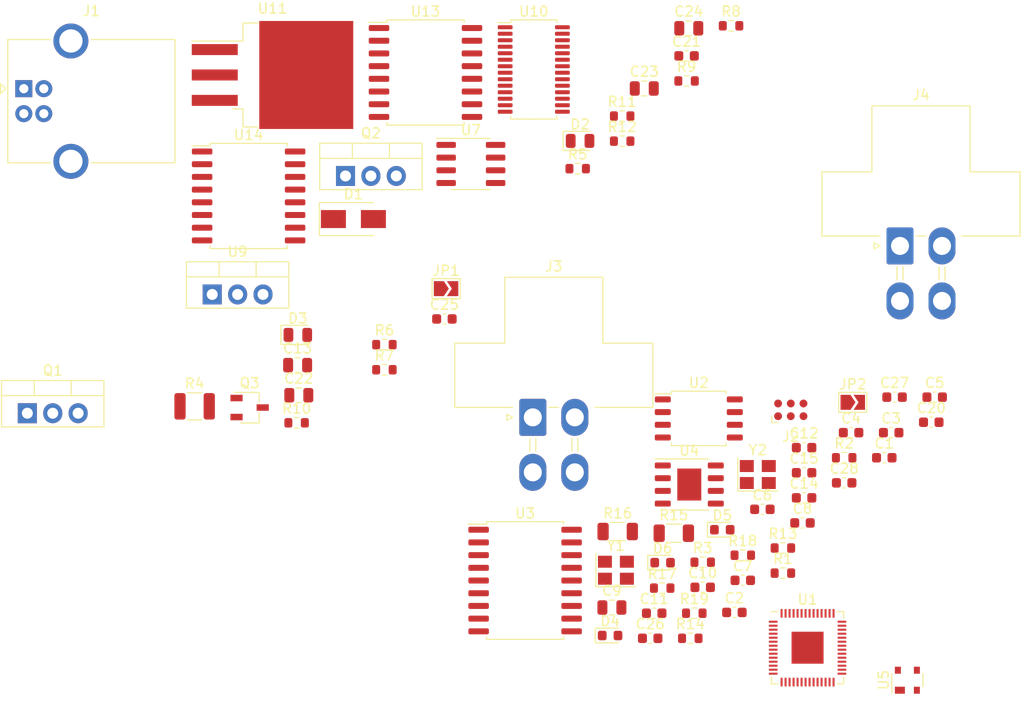
<source format=kicad_pcb>
(kicad_pcb (version 20211014) (generator pcbnew)
  (layers (0 "F.Cu" signal) (31 "B.Cu" signal) (34 "B.Paste" user) (35 "F.Paste" user) (36 "B.SilkS" user "B.Silkscreen") (37 "F.SilkS" user "F.Silkscreen") (38 "B.Mask" user) (39 "F.Mask" user) (44 "Edge.Cuts" user))
  (net 0 "")
  (net 1 "+3V3")
  (net 2 "GND")
  (net 3 "/CAN_CLOCK_A")
  (net 4 "/CAN_CLOCK_B")
  (net 5 "+1V1")
  (net 6 "Net-(C5-Pad2)")
  (net 7 "Net-(C6-Pad2)")
  (net 8 "Net-(C9-Pad1)")
  (net 9 "Net-(C21-Pad1)")
  (net 10 "Net-(C22-Pad1)")
  (net 11 "GND1")
  (net 12 "Net-(C23-Pad1)")
  (net 13 "Net-(C25-Pad1)")
  (net 14 "Net-(D1-Pad1)")
  (net 15 "Net-(D2-Pad1)")
  (net 16 "+12VA")
  (net 17 "Net-(D3-Pad1)")
  (net 18 "/d-")
  (net 19 "/d+")
  (net 20 "+12V")
  (net 21 "Net-(Q1-Pad1)")
  (net 22 "Net-(Q2-Pad1)")
  (net 23 "Net-(Q2-Pad2)")
  (net 24 "Net-(Q3-Pad3)")
  (net 25 "Net-(R1-Pad1)")
  (net 26 "CAN+")
  (net 27 "CAN-")
  (net 28 "Net-(R5-Pad2)")
  (net 29 "/D+")
  (net 30 "/D-")
  (net 31 "VDDA")
  (net 32 "/MEMORY_CS")
  (net 33 "Net-(D4-Pad1)")
  (net 34 "/LED_GREEN")
  (net 35 "Net-(D5-Pad1)")
  (net 36 "/LED_BLUE")
  (net 37 "Net-(D6-Pad1)")
  (net 38 "/LED_RED")
  (net 45 "Net-(JP2-Pad2)")
  (net 48 "Net-(R2-Pad2)")
  (net 49 "Net-(R14-Pad1)")
  (net 50 "Net-(R13-Pad1)")
  (net 51 "Net-(U1-Pad55)")
  (net 52 "Net-(U1-Pad54)")
  (net 53 "Net-(U1-Pad53)")
  (net 54 "Net-(U1-Pad52)")
  (net 55 "Net-(U1-Pad51)")
  (net 56 "Net-(U3-Pad1)")
  (net 57 "Net-(U3-Pad2)")
  (net 62 "/GPIO0")
  (net 63 "/GPIO1")
  (net 64 "/GPIO2")
  (net 65 "/GPIO8")
  (net 66 "/SPI_MISO")
  (net 67 "/SPI_MOSI")
  (net 68 "/SPI_SCK")
  (net 69 "/USB_D-")
  (net 70 "/USB_D+")
  (net 71 "/SYS_SWDIO")
  (net 72 "/SYS_SWCLK")
  (net 73 "/I2C1_SCL")
  (net 74 "/I2C1_SDA")
  (net 75 "+5V")
  (net 76 "/PWM_FUEL1")
  (net 77 "/PWM_FUEL2")
  (net 78 "/PWM_BAR1")
  (net 79 "/PWM_BAR2")
  (net 80 "/PWM_BAR3")
  (net 81 "/PWM_VEL")
  (net 82 "/PWM_OD")
  (net 83 "/PWM_BACK_1")
  (net 84 "/PWM_BACK_2")
  (net 101 "/GPIO3")
  (net 102 "/GPIO4")
  (net 103 "/GPIO5")
  (net 104 "/GPIO6")
  (net 105 "/GPIO7")
  (net 106 "/OLED_SDA")
  (net 107 "/OLED_SCL")
  (net 108 "/MODE_CHG")
  (net 110 "/CF_CONF0")
  (net 111 "/CF_CONF1")
  (net 112 "/CF_CONF2")
  (net 113 "/heater_pwm")
  (net 114 "/D_SCL")
  (net 115 "/D_SDA")
  (net 117 "/LSU_Vm")
  (net 118 "/Ip_dac")
  (net 121 "/Vm")
  (net 122 "/Ip_sense")
  (net 123 "/UN_SENSE")
  (footprint "Capacitor_SMD:C_0603_1608Metric" (layer "F.Cu") (at 171.681 120.3504)
    (fp_text reference "C11" (at 0 -1.43) (layer "F.SilkS"))
    (fp_text value "100nF")
    (pad "1" smd roundrect (at -0.775 0) (size 0.9 0.95) (layers "F.Cu" "F.Paste" "F.Mask") (net 1 "+3V3"))
    (pad "2" smd roundrect (at 0.775 0) (size 0.9 0.95) (layers "F.Cu" "F.Paste" "F.Mask") (net 2 "GND"))
  )
  (footprint "Capacitor_SMD:C_0603_1608Metric" (layer "F.Cu") (at 186.671 106.3004)
    (fp_text reference "C15" (at 0 -1.43) (layer "F.SilkS"))
    (fp_text value "100nF")
    (pad "1" smd roundrect (at -0.775 0) (size 0.9 0.95) (layers "F.Cu" "F.Paste" "F.Mask") (net 1 "+3V3"))
    (pad "2" smd roundrect (at 0.775 0) (size 0.9 0.95) (layers "F.Cu" "F.Paste" "F.Mask") (net 2 "GND"))
  )
  (footprint "Package_TO_SOT_SMD:SOT-143" (layer "F.Cu") (at 197.0024 127.0508 90)
    (fp_text reference "U5" (at 0.02 -2.38 90) (layer "F.SilkS"))
    (fp_text value "TPD2E2U06")
    (pad "1" smd rect (at -1 -0.75 90) (size 0.7 1) (layers "F.Cu" "F.Paste" "F.Mask"))
    (pad "2" smd rect (at -1 0.95 90) (size 0.7 0.6) (layers "F.Cu" "F.Paste" "F.Mask"))
    (pad "3" smd rect (at 1 0.95 90) (size 0.7 0.6) (layers "F.Cu" "F.Paste" "F.Mask"))
    (pad "4" smd rect (at 1 -0.95 90) (size 0.7 0.6) (layers "F.Cu" "F.Paste" "F.Mask"))
  )
  (footprint "Capacitor_SMD:C_0603_1608Metric" (layer "F.Cu") (at 174.918 64.609)
    (fp_text reference "C21" (at 0 -1.43) (layer "F.SilkS"))
    (fp_text value "47nF")
    (pad "1" smd roundrect locked (at -0.775 0) (size 0.9 0.95) (layers "F.Cu" "F.Paste" "F.Mask") (net 9 "Net-(C21-Pad1)"))
    (pad "2" smd roundrect locked (at 0.775 0) (size 0.9 0.95) (layers "F.Cu" "F.Paste" "F.Mask") (net 2 "GND"))
  )
  (footprint "Resistor_SMD:R_0603_1608Metric" (layer "F.Cu") (at 184.551 116.3404)
    (fp_text reference "R1" (at 0 -1.43) (layer "F.SilkS"))
    (fp_text value "27R")
    (pad "1" smd roundrect (at -0.825 0) (size 0.8 0.95) (layers "F.Cu" "F.Paste" "F.Mask") (net 25 "Net-(R1-Pad1)"))
    (pad "2" smd roundrect (at 0.825 0) (size 0.8 0.95) (layers "F.Cu" "F.Paste" "F.Mask") (net 69 "/USB_D-"))
  )
  (footprint "Resistor_SMD:R_0603_1608Metric" (layer "F.Cu") (at 190.681 104.8004)
    (fp_text reference "R2" (at 0 -1.43) (layer "F.SilkS"))
    (fp_text value "27R")
    (pad "1" smd roundrect (at -0.825 0) (size 0.8 0.95) (layers "F.Cu" "F.Paste" "F.Mask") (net 70 "/USB_D+"))
    (pad "2" smd roundrect (at 0.825 0) (size 0.8 0.95) (layers "F.Cu" "F.Paste" "F.Mask") (net 48 "Net-(R2-Pad2)"))
  )
  (footprint "Package_TO_SOT_SMD:TSOT-23" (layer "F.Cu") (at 131.218 99.779)
    (fp_text reference "Q3" (at 0 -2.45) (layer "F.SilkS"))
    (fp_text value "2N3904")
    (pad "1" smd rect locked (at -1.31 -0.95) (size 1.22 0.65) (layers "F.Cu" "F.Paste" "F.Mask") (net 16 "+12VA"))
    (pad "2" smd rect locked (at -1.31 0.95) (size 1.22 0.65) (layers "F.Cu" "F.Paste" "F.Mask") (net 15 "Net-(D2-Pad1)"))
    (pad "3" smd rect locked (at 1.31 0) (size 1.22 0.65) (layers "F.Cu" "F.Paste" "F.Mask") (net 24 "Net-(Q3-Pad3)"))
  )
  (footprint "Resistor_SMD:R_0603_1608Metric" (layer "F.Cu") (at 175.691 120.3504)
    (fp_text reference "R19" (at 0 -1.43) (layer "F.SilkS"))
    (fp_text value "1k")
    (pad "1" smd roundrect (at -0.825 0) (size 0.8 0.95) (layers "F.Cu" "F.Paste" "F.Mask") (net 2 "GND"))
    (pad "2" smd roundrect (at 0.825 0) (size 0.8 0.95) (layers "F.Cu" "F.Paste" "F.Mask") (net 37 "Net-(D6-Pad1)"))
  )
  (footprint "Resistor_SMD:R_0603_1608Metric" (layer "F.Cu") (at 144.698 93.489)
    (fp_text reference "R6" (at 0 -1.43) (layer "F.SilkS"))
    (fp_text value "4.99K 1/10W")
    (pad "1" smd roundrect locked (at -0.825 0) (size 0.8 0.95) (layers "F.Cu" "F.Paste" "F.Mask") (net 2 "GND"))
    (pad "2" smd roundrect locked (at 0.825 0) (size 0.8 0.95) (layers "F.Cu" "F.Paste" "F.Mask") (net 28 "Net-(R5-Pad2)"))
  )
  (footprint "Resistor_SMD:R_0603_1608Metric" (layer "F.Cu") (at 184.551 113.8304)
    (fp_text reference "R13" (at 0 -1.43) (layer "F.SilkS"))
    (fp_text value "10k")
    (pad "1" smd roundrect (at -0.825 0) (size 0.8 0.95) (layers "F.Cu" "F.Paste" "F.Mask") (net 50 "Net-(R13-Pad1)"))
    (pad "2" smd roundrect (at 0.825 0) (size 0.8 0.95) (layers "F.Cu" "F.Paste" "F.Mask") (net 1 "+3V3"))
  )
  (footprint "Package_SO:SOIC-8_5.23x5.23mm_P1.27mm" (layer "F.Cu") (at 176.141 100.8704)
    (fp_text reference "U2" (at 0 -3.56) (layer "F.SilkS"))
    (fp_text value "W25Q128JVS")
    (pad "1" smd roundrect (at -3.6 -1.905) (size 1.6 0.6) (layers "F.Cu" "F.Paste" "F.Mask") (net 49 "Net-(R14-Pad1)"))
    (pad "2" smd roundrect (at -3.6 -0.635) (size 1.6 0.6) (layers "F.Cu" "F.Paste" "F.Mask") (net 51 "Net-(U1-Pad55)"))
    (pad "3" smd roundrect (at -3.6 0.635) (size 1.6 0.6) (layers "F.Cu" "F.Paste" "F.Mask") (net 52 "Net-(U1-Pad54)"))
    (pad "4" smd roundrect (at -3.6 1.905) (size 1.6 0.6) (layers "F.Cu" "F.Paste" "F.Mask") (net 2 "GND"))
    (pad "5" smd roundrect (at 3.6 1.905) (size 1.6 0.6) (layers "F.Cu" "F.Paste" "F.Mask") (net 53 "Net-(U1-Pad53)"))
    (pad "6" smd roundrect (at 3.6 0.635) (size 1.6 0.6) (layers "F.Cu" "F.Paste" "F.Mask") (net 54 "Net-(U1-Pad52)"))
    (pad "7" smd roundrect (at 3.6 -0.635) (size 1.6 0.6) (layers "F.Cu" "F.Paste" "F.Mask") (net 55 "Net-(U1-Pad51)"))
    (pad "8" smd roundrect (at 3.6 -1.905) (size 1.6 0.6) (layers "F.Cu" "F.Paste" "F.Mask") (net 1 "+3V3"))
  )
  (footprint "Capacitor_SMD:C_0603_1608Metric" (layer "F.Cu") (at 180.541 117.0604)
    (fp_text reference "C7" (at 0 -1.43) (layer "F.SilkS"))
    (fp_text value "2.2uF")
    (pad "1" smd roundrect (at -0.775 0) (size 0.9 0.95) (layers "F.Cu" "F.Paste" "F.Mask") (net 2 "GND"))
    (pad "2" smd roundrect (at 0.775 0) (size 0.9 0.95) (layers "F.Cu" "F.Paste" "F.Mask") (net 1 "+3V3"))
  )
  (footprint "Capacitor_SMD:C_0603_1608Metric" (layer "F.Cu") (at 186.671 103.7904)
    (fp_text reference "C12" (at 0 -1.43) (layer "F.SilkS"))
    (fp_text value "100nF")
    (pad "1" smd roundrect (at -0.775 0) (size 0.9 0.95) (layers "F.Cu" "F.Paste" "F.Mask") (net 1 "+3V3"))
    (pad "2" smd roundrect (at 0.775 0) (size 0.9 0.95) (layers "F.Cu" "F.Paste" "F.Mask") (net 2 "GND"))
  )
  (footprint "Capacitor_SMD:C_0805_2012Metric" (layer "F.Cu") (at 175.138 61.849)
    (fp_text reference "C24" (at 0 -1.68) (layer "F.SilkS"))
    (fp_text value "100nF")
    (pad "1" smd roundrect locked (at -0.95 0) (size 1 1.45) (layers "F.Cu" "F.Paste" "F.Mask") (net 1 "+3V3"))
    (pad "2" smd roundrect locked (at 0.95 0) (size 1 1.45) (layers "F.Cu" "F.Paste" "F.Mask") (net 2 "GND"))
  )
  (footprint "Diode_SMD:D_SMA" (layer "F.Cu") (at 141.598 80.929)
    (fp_text reference "D1" (at 0 -2.5) (layer "F.SilkS"))
    (fp_text value "SMAJ58CA")
    (pad "1" smd rect locked (at -2 0) (size 2.5 1.8) (layers "F.Cu" "F.Paste" "F.Mask") (net 14 "Net-(D1-Pad1)"))
    (pad "2" smd rect locked (at 2 0) (size 2.5 1.8) (layers "F.Cu" "F.Paste" "F.Mask") (net 2 "GND"))
  )
  (footprint "Package_TO_SOT_SMD:TO-263-3_TabPin2" (layer "F.Cu") (at 133.508 66.519)
    (fp_text reference "U11" (at 0 -6.65) (layer "F.SilkS"))
    (fp_text value "MIC2940A-3.3WU")
    (pad "1" smd rect locked (at -5.775 -2.54) (size 4.6 1.1) (layers "F.Cu" "F.Paste" "F.Mask") (net 20 "+12V"))
    (pad "2" smd rect locked (at 3.375 0) (size 9.4 10.8) (layers "F.Cu" "F.Mask") (net 2 "GND"))
    (pad "2" smd rect locked (at -5.775 0) (size 4.6 1.1) (layers "F.Cu" "F.Paste" "F.Mask") (net 2 "GND"))
    (pad "3" smd rect locked (at -5.775 2.54) (size 4.6 1.1) (layers "F.Cu" "F.Paste" "F.Mask") (net 1 "+3V3"))
  )
  (footprint "Capacitor_SMD:C_0603_1608Metric" (layer "F.Cu") (at 195.381 102.2904)
    (fp_text reference "C3" (at 0 -1.43) (layer "F.SilkS"))
    (fp_text value "2.2uF")
    (pad "1" smd roundrect (at -0.775 0) (size 0.9 0.95) (layers "F.Cu" "F.Paste" "F.Mask") (net 2 "GND"))
    (pad "2" smd roundrect (at 0.775 0) (size 0.9 0.95) (layers "F.Cu" "F.Paste" "F.Mask") (net 1 "+3V3"))
  )
  (footprint "Resistor_SMD:R_0603_1608Metric" (layer "F.Cu") (at 168.478 70.629)
    (fp_text reference "R11" (at 0 -1.43) (layer "F.SilkS"))
    (fp_text value "22r")
    (pad "1" smd roundrect locked (at -0.825 0) (size 0.8 0.95) (layers "F.Cu" "F.Paste" "F.Mask") (net 30 "/D-"))
    (pad "2" smd roundrect locked (at 0.825 0) (size 0.8 0.95) (layers "F.Cu" "F.Paste" "F.Mask") (net 18 "/d-"))
  )
  (footprint "Crystal:Crystal_SMD_3225-4Pin_3.2x2.5mm" (layer "F.Cu") (at 182.041 106.4804)
    (fp_text reference "Y2" (at 0 -2.45) (layer "F.SilkS"))
    (fp_text value "12MHz")
    (pad "1" smd rect (at -1.1 0.85) (size 1.4 1.2) (layers "F.Cu" "F.Paste" "F.Mask") (net 7 "Net-(C6-Pad2)"))
    (pad "2" smd rect (at 1.1 0.85) (size 1.4 1.2) (layers "F.Cu" "F.Paste" "F.Mask") (net 2 "GND"))
    (pad "3" smd rect (at 1.1 -0.85) (size 1.4 1.2) (layers "F.Cu" "F.Paste" "F.Mask") (net 6 "Net-(C5-Pad2)"))
    (pad "4" smd rect (at -1.1 -0.85) (size 1.4 1.2) (layers "F.Cu" "F.Paste" "F.Mask") (net 2 "GND"))
  )
  (footprint "Capacitor_SMD:C_0805_2012Metric" (layer "F.Cu") (at 136.018 95.539)
    (fp_text reference "C13" (at 0 -1.68) (layer "F.SilkS"))
    (fp_text value "100nF")
    (pad "1" smd roundrect locked (at -0.95 0) (size 1 1.45) (layers "F.Cu" "F.Paste" "F.Mask") (net 1 "+3V3"))
    (pad "2" smd roundrect locked (at 0.95 0) (size 1 1.45) (layers "F.Cu" "F.Paste" "F.Mask") (net 2 "GND"))
  )
  (footprint "Capacitor_SMD:C_0805_2012Metric" (layer "F.Cu") (at 136.138 98.549)
    (fp_text reference "C22" (at 0 -1.68) (layer "F.SilkS"))
    (fp_text value "100nF")
    (pad "1" smd roundrect locked (at -0.95 0) (size 1 1.45) (layers "F.Cu" "F.Paste" "F.Mask") (net 10 "Net-(C22-Pad1)"))
    (pad "2" smd roundrect locked (at 0.95 0) (size 1 1.45) (layers "F.Cu" "F.Paste" "F.Mask") (net 11 "GND1"))
  )
  (footprint "Jumper:SolderJumper-2_P1.3mm_Open_TrianglePad1.0x1.5mm" (layer "F.Cu") (at 150.868 87.889)
    (fp_text reference "JP1" (at 0 -1.8) (layer "F.SilkS"))
    (fp_text value "Jumper_NO_Small")
    (pad "1" smd custom locked (at -0.725 0) (size 0.3 0.3) (layers "F.Cu" "F.Mask") (net 16 "+12VA") (options (clearance outline) (anchor rect)) (primitives (gr_poly (pts (xy 1 0) (xy 0.5 0.75) (xy -0.5 0.75) (xy -0.5 -0.75) (xy 0.5 -0.75)) (width 0) (fill yes))))
    (pad "2" smd custom locked (at 0.725 0) (size 0.3 0.3) (layers "F.Cu" "F.Mask") (net 20 "+12V") (options (clearance outline) (anchor rect)) (primitives (gr_poly (pts (xy 0.5 0.75) (xy -0.65 0.75) (xy -0.15 0) (xy -0.65 -0.75) (xy 0.5 -0.75)) (width 0) (fill yes))))
  )
  (footprint "Resistor_SMD:R_1206_3216Metric" (layer "F.Cu") (at 168.031 112.1804)
    (fp_text reference "R16" (at 0 -1.82) (layer "F.SilkS"))
    (fp_text value "30R")
    (pad "1" smd roundrect (at -1.4625 0) (size 1.125 1.75) (layers "F.Cu" "F.Paste" "F.Mask") (roundrect_rratio 0.222222) (net 8 "Net-(C9-Pad1)"))
    (pad "2" smd roundrect (at 1.4625 0) (size 1.125 1.75) (layers "F.Cu" "F.Paste" "F.Mask") (roundrect_rratio 0.222222) (net 27 "CAN-"))
  )
  (footprint "Capacitor_SMD:C_0603_1608Metric" (layer "F.Cu") (at 195.721 98.7404)
    (fp_text reference "C27" (at 0 -1.43) (layer "F.SilkS"))
    (fp_text value "100nF")
    (pad "1" smd roundrect (at -0.775 0) (size 0.9 0.95) (layers "F.Cu" "F.Paste" "F.Mask") (net 5 "+1V1"))
    (pad "2" smd roundrect (at 0.775 0) (size 0.9 0.95) (layers "F.Cu" "F.Paste" "F.Mask") (net 2 "GND"))
  )
  (footprint "Connector:Tag-Connect_TC2030-IDC-NL_2x03_P1.27mm_Vertical" (layer "F.Cu") (at 185.341 100.0104)
    (fp_text reference "J2" (at 0 2.7) (layer "F.SilkS"))
    (fp_text value "Tag connect")
    (pad "" np_thru_hole circle (at -2.54 0) (size 0.9906 0.9906) (drill 0.9906) (layers *.Cu *.Mask))
    (pad "" np_thru_hole circle (at 2.54 -1.016) (size 0.9906 0.9906) (drill 0.9906) (layers *.Cu *.Mask))
    (pad "" np_thru_hole circle (at 2.54 1.016) (size 0.9906 0.9906) (drill 0.9906) (layers *.Cu *.Mask))
    (pad "1" connect circle (at -1.27 0.635) (size 0.7874 0.7874) (layers "F.Cu" "F.Mask") (net 1 "+3V3"))
    (pad "2" connect circle (at -1.27 -0.635) (size 0.7874 0.7874) (layers "F.Cu" "F.Mask") (net 71 "/SYS_SWDIO"))
    (pad "3" connect circle (at 0 0.635) (size 0.7874 0.7874) (layers "F.Cu" "F.Mask"))
    (pad "4" connect circle (at 0 -0.635) (size 0.7874 0.7874) (layers "F.Cu" "F.Mask") (net 72 "/SYS_SWCLK"))
    (pad "5" connect circle (at 1.27 0.635) (size 0.7874 0.7874) (layers "F.Cu" "F.Mask") (net 2 "GND"))
    (pad "6" connect circle (at 1.27 -0.635) (size 0.7874 0.7874) (layers "F.Cu" "F.Mask"))
  )
  (footprint "Capacitor_SMD:C_0603_1608Metric" (layer "F.Cu") (at 179.701 120.2704)
    (fp_text reference "C2" (at 0 -1.43) (layer "F.SilkS"))
    (fp_text value "30pF")
    (pad "1" smd roundrect (at -0.775 0) (size 0.9 0.95) (layers "F.Cu" "F.Paste" "F.Mask") (net 2 "GND"))
    (pad "2" smd roundrect (at 0.775 0) (size 0.9 0.95) (layers "F.Cu" "F.Paste" "F.Mask") (net 4 "/CAN_CLOCK_B"))
  )
  (footprint "Resistor_SMD:R_0603_1608Metric" (layer "F.Cu") (at 164.028 75.889)
    (fp_text reference "R5" (at 0 -1.43) (layer "F.SilkS"))
    (fp_text value "57.6K 1/10W")
    (pad "1" smd roundrect locked (at -0.825 0) (size 0.8 0.95) (layers "F.Cu" "F.Paste" "F.Mask") (net 20 "+12V"))
    (pad "2" smd roundrect locked (at 0.825 0) (size 0.8 0.95) (layers "F.Cu" "F.Paste" "F.Mask") (net 28 "Net-(R5-Pad2)"))
  )
  (footprint "Resistor_SMD:R_1210_3225Metric" (layer "F.Cu") (at 125.718 99.659)
    (fp_text reference "R4" (at 0 -2.28) (layer "F.SilkS"))
    (fp_text value "0.01R")
    (pad "1" smd roundrect locked (at -1.4625 0) (size 1.125 2.65) (layers "F.Cu" "F.Paste" "F.Mask") (roundrect_rratio 0.222222) (net 20 "+12V"))
    (pad "2" smd roundrect locked (at 1.4625 0) (size 1.125 2.65) (layers "F.Cu" "F.Paste" "F.Mask") (roundrect_rratio 0.222222) (net 23 "Net-(Q2-Pad2)"))
  )
  (footprint "Capacitor_SMD:C_0603_1608Metric" (layer "F.Cu") (at 199.731 98.7404)
    (fp_text reference "C5" (at 0 -1.43) (layer "F.SilkS"))
    (fp_text value "30pF")
    (pad "1" smd roundrect (at -0.775 0) (size 0.9 0.95) (layers "F.Cu" "F.Paste" "F.Mask") (net 2 "GND"))
    (pad "2" smd roundrect (at 0.775 0) (size 0.9 0.95) (layers "F.Cu" "F.Paste" "F.Mask") (net 6 "Net-(C5-Pad2)"))
  )
  (footprint "Package_SO:SOIC-16W_7.5x10.3mm_P1.27mm" (layer "F.Cu") (at 148.808 66.269)
    (fp_text reference "U13" (at 0 -6.1) (layer "F.SilkS"))
    (fp_text value "LT4363IMS")
    (pad "1" smd roundrect locked (at -4.65 -4.445) (size 2.05 0.6) (layers "F.Cu" "F.Paste" "F.Mask") (net 28 "Net-(R5-Pad2)"))
    (pad "2" smd roundrect locked (at -4.65 -3.175) (size 2.05 0.6) (layers "F.Cu" "F.Paste" "F.Mask") (net 20 "+12V"))
    (pad "3" smd roundrect locked (at -4.65 -1.905) (size 2.05 0.6) (layers "F.Cu" "F.Paste" "F.Mask") (net 23 "Net-(Q2-Pad2)"))
    (pad "4" smd roundrect locked (at -4.65 -0.635) (size 2.05 0.6) (layers "F.Cu" "F.Paste" "F.Mask") (net 9 "Net-(C21-Pad1)"))
    (pad "5" smd roundrect locked (at -4.65 0.635) (size 2.05 0.6) (layers "F.Cu" "F.Paste" "F.Mask") (net 14 "Net-(D1-Pad1)"))
    (pad "6" smd roundrect locked (at -4.65 1.905) (size 2.05 0.6) (layers "F.Cu" "F.Paste" "F.Mask"))
    (pad "7" smd roundrect locked (at -4.65 3.175) (size 2.05 0.6) (layers "F.Cu" "F.Paste" "F.Mask"))
    (pad "8" smd roundrect locked (at -4.65 4.445) (size 2.05 0.6) (layers "F.Cu" "F.Paste" "F.Mask"))
    (pad "9" smd roundrect locked (at 4.65 4.445) (size 2.05 0.6) (layers "F.Cu" "F.Paste" "F.Mask") (net 2 "GND"))
    (pad "10" smd roundrect locked (at 4.65 3.175) (size 2.05 0.6) (layers "F.Cu" "F.Paste" "F.Mask"))
    (pad "11" smd roundrect locked (at 4.65 1.905) (size 2.05 0.6) (layers "F.Cu" "F.Paste" "F.Mask"))
    (pad "12" smd roundrect locked (at 4.65 0.635) (size 2.05 0.6) (layers "F.Cu" "F.Paste" "F.Mask") (net 13 "Net-(C25-Pad1)"))
    (pad "13" smd roundrect locked (at 4.65 -0.635) (size 2.05 0.6) (layers "F.Cu" "F.Paste" "F.Mask"))
    (pad "14" smd roundrect locked (at 4.65 -1.905) (size 2.05 0.6) (layers "F.Cu" "F.Paste" "F.Mask"))
    (pad "15" smd roundrect locked (at 4.65 -3.175) (size 2.05 0.6) (layers "F.Cu" "F.Paste" "F.Mask"))
    (pad "16" smd roundrect locked (at 4.65 -4.445) (size 2.05 0.6) (layers "F.Cu" "F.Paste" "F.Mask"))
  )
  (footprint "LED_SMD:LED_0603_1608Metric" (layer "F.Cu") (at 167.271 122.5804)
    (fp_text reference "D4" (at 0 -1.43) (layer "F.SilkS"))
    (fp_text value "GREEN")
    (pad "1" smd roundrect (at -0.7875 0) (size 0.875 0.95) (layers "F.Cu" "F.Paste" "F.Mask") (net 33 "Net-(D4-Pad1)"))
    (pad "2" smd roundrect (at 0.7875 0) (size 0.875 0.95) (layers "F.Cu" "F.Paste" "F.Mask") (net 34 "/LED_GREEN"))
  )
  (footprint "Package_SO:TSSOP-28_4.4x9.7mm_P0.65mm" (layer "F.Cu") (at 159.638 65.969)
    (fp_text reference "U10" (at 0 -5.8) (layer "F.SilkS"))
    (fp_text value "PCA9685PW")
    (pad "1" smd roundrect locked (at -2.8625 -4.225) (size 1.475 0.4) (layers "F.Cu" "F.Paste" "F.Mask") (net 2 "GND"))
    (pad "2" smd roundrect locked (at -2.8625 -3.575) (size 1.475 0.4) (layers "F.Cu" "F.Paste" "F.Mask") (net 2 "GND"))
    (pad "3" smd roundrect locked (at -2.8625 -2.925) (size 1.475 0.4) (layers "F.Cu" "F.Paste" "F.Mask") (net 2 "GND"))
    (pad "4" smd roundrect locked (at -2.8625 -2.275) (size 1.475 0.4) (layers "F.Cu" "F.Paste" "F.Mask") (net 2 "GND"))
    (pad "5" smd roundrect locked (at -2.8625 -1.625) (size 1.475 0.4) (layers "F.Cu" "F.Paste" "F.Mask") (net 2 "GND"))
    (pad "6" smd roundrect locked (at -2.8625 -0.975) (size 1.475 0.4) (layers "F.Cu" "F.Paste" "F.Mask") (net 76 "/PWM_FUEL1"))
    (pad "7" smd roundrect locked (at -2.8625 -0.325) (size 1.475 0.4) (layers "F.Cu" "F.Paste" "F.Mask") (net 77 "/PWM_FUEL2"))
    (pad "8" smd roundrect locked (at -2.8625 0.325) (size 1.475 0.4) (layers "F.Cu" "F.Paste" "F.Mask") (net 78 "/PWM_BAR1"))
    (pad "9" smd roundrect locked (at -2.8625 0.975) (size 1.475 0.4) (layers "F.Cu" "F.Paste" "F.Mask") (net 79 "/PWM_BAR2"))
    (pad "10" smd roundrect locked (at -2.8625 1.625) (size 1.475 0.4) (layers "F.Cu" "F.Paste" "F.Mask") (net 80 "/PWM_BAR3"))
    (pad "11" smd roundrect locked (at -2.8625 2.275) (size 1.475 0.4) (layers "F.Cu" "F.Paste" "F.Mask") (net 81 "/PWM_VEL"))
    (pad "12" smd roundrect locked (at -2.8625 2.925) (size 1.475 0.4) (layers "F.Cu" "F.Paste" "F.Mask") (net 82 "/PWM_OD"))
    (pad "13" smd roundrect locked (at -2.8625 3.575) (size 1.475 0.4) (layers "F.Cu" "F.Paste" "F.Mask") (net 83 "/PWM_BACK_1"))
    (pad "14" smd roundrect locked (at -2.8625 4.225) (size 1.475 0.4) (layers "F.Cu" "F.Paste" "F.Mask") (net 2 "GND"))
    (pad "15" smd roundrect locked (at 2.8625 4.225) (size 1.475 0.4) (layers "F.Cu" "F.Paste" "F.Mask") (net 84 "/PWM_BACK_2"))
    (pad "16" smd roundrect locked (at 2.8625 3.575) (size 1.475 0.4) (layers "F.Cu" "F.Paste" "F.Mask"))
    (pad "17" smd roundrect locked (at 2.8625 2.925) (size 1.475 0.4) (layers "F.Cu" "F.Paste" "F.Mask"))
    (pad "18" smd roundrect locked (at 2.8625 2.275) (size 1.475 0.4) (layers "F.Cu" "F.Paste" "F.Mask"))
    (pad "19" smd roundrect locked (at 2.8625 1.625) (size 1.475 0.4) (layers "F.Cu" "F.Paste" "F.Mask"))
    (pad "20" smd roundrect locked (at 2.8625 0.975) (size 1.475 0.4) (layers "F.Cu" "F.Paste" "F.Mask"))
    (pad "21" smd roundrect locked (at 2.8625 0.325) (size 1.475 0.4) (layers "F.Cu" "F.Paste" "F.Mask"))
    (pad "22" smd roundrect locked (at 2.8625 -0.325) (size 1.475 0.4) (layers "F.Cu" "F.Paste" "F.Mask"))
    (pad "23" smd roundrect locked (at 2.8625 -0.975) (size 1.475 0.4) (layers "F.Cu" "F.Paste" "F.Mask") (net 2 "GND"))
    (pad "24" smd roundrect locked (at 2.8625 -1.625) (size 1.475 0.4) (layers "F.Cu" "F.Paste" "F.Mask") (net 2 "GND"))
    (pad "25" smd roundrect locked (at 2.8625 -2.275) (size 1.475 0.4) (layers "F.Cu" "F.Paste" "F.Mask"))
    (pad "26" smd roundrect locked (at 2.8625 -2.925) (size 1.475 0.4) (layers "F.Cu" "F.Paste" "F.Mask") (net 74 "/I2C1_SDA"))
    (pad "27" smd roundrect locked (at 2.8625 -3.575) (size 1.475 0.4) (layers "F.Cu" "F.Paste" "F.Mask") (net 73 "/I2C1_SCL"))
    (pad "28" smd roundrect locked (at 2.8625 -4.225) (size 1.475 0.4) (layers "F.Cu" "F.Paste" "F.Mask") (net 1 "+3V3"))
  )
  (footprint "Resistor_SMD:R_0603_1608Metric" (layer "F.Cu") (at 176.531 115.2504)
    (fp_text reference "R3" (at 0 -1.43) (layer "F.SilkS"))
    (fp_text value "1k")
    (pad "1" smd roundrect (at -0.825 0) (size 0.8 0.95) (layers "F.Cu" "F.Paste" "F.Mask") (net 49 "Net-(R14-Pad1)"))
    (pad "2" smd roundrect (at 0.825 0) (size 0.8 0.95) (layers "F.Cu" "F.Paste" "F.Mask") (net 45 "Net-(JP2-Pad2)"))
  )
  (footprint "Resistor_SMD:R_0603_1608Metric" (layer "F.Cu") (at 180.541 114.5504)
    (fp_text reference "R18" (at 0 -1.43) (layer "F.SilkS"))
    (fp_text value "1k")
    (pad "1" smd roundrect (at -0.825 0) (size 0.8 0.95) (layers "F.Cu" "F.Paste" "F.Mask") (net 2 "GND"))
    (pad "2" smd roundrect (at 0.825 0) (size 0.8 0.95) (layers "F.Cu" "F.Paste" "F.Mask") (net 35 "Net-(D5-Pad1)"))
  )
  (footprint "Capacitor_SMD:C_0603_1608Metric" (layer "F.Cu") (at 176.531 117.7604)
    (fp_text reference "C10" (at 0 -1.43) (layer "F.SilkS"))
    (fp_text value "100nF")
    (pad "1" smd roundrect (at -0.775 0) (size 0.9 0.95) (layers "F.Cu" "F.Paste" "F.Mask") (net 1 "+3V3"))
    (pad "2" smd roundrect (at 0.775 0) (size 0.9 0.95) (layers "F.Cu" "F.Paste" "F.Mask") (net 2 "GND"))
  )
  (footprint "Resistor_SMD:R_0603_1608Metric" (layer "F.Cu") (at 174.918 67.119)
    (fp_text reference "R9" (at 0 -1.43) (layer "F.SilkS"))
    (fp_text value "1M 1/10W")
    (pad "1" smd roundrect locked (at -0.825 0) (size 0.8 0.95) (layers "F.Cu" "F.Paste" "F.Mask") (net 9 "Net-(C21-Pad1)"))
    (pad "2" smd roundrect locked (at 0.825 0) (size 0.8 0.95) (layers "F.Cu" "F.Paste" "F.Mask") (net 24 "Net-(Q3-Pad3)"))
  )
  (footprint "Package_TO_SOT_THT:TO-220-3_Vertical" (layer "F.Cu") (at 108.988 100.349)
    (fp_text reference "Q1" (at 2.54 -4.27) (layer "F.SilkS"))
    (fp_text value "IRF540N")
    (pad "1" thru_hole rect locked (at 0 0) (size 1.905 2) (drill 1.1) (layers *.Cu *.Mask) (net 21 "Net-(Q1-Pad1)"))
    (pad "2" thru_hole oval locked (at 2.54 0) (size 1.905 2) (drill 1.1) (layers *.Cu *.Mask) (net 14 "Net-(D1-Pad1)"))
    (pad "3" thru_hole oval locked (at 5.08 0) (size 1.905 2) (drill 1.1) (layers *.Cu *.Mask) (net 16 "+12VA"))
  )
  (footprint "Resistor_SMD:R_0603_1608Metric" (layer "F.Cu") (at 144.698 95.999)
    (fp_text reference "R7" (at 0 -1.43) (layer "F.SilkS"))
    (fp_text value "10R 1/10W")
    (pad "1" smd roundrect locked (at -0.825 0) (size 0.8 0.95) (layers "F.Cu" "F.Paste" "F.Mask") (net 21 "Net-(Q1-Pad1)"))
    (pad "2" smd roundrect locked (at 0.825 0) (size 0.8 0.95) (layers "F.Cu" "F.Paste" "F.Mask") (net 24 "Net-(Q3-Pad3)"))
  )
  (footprint "Capacitor_SMD:C_0805_2012Metric" (layer "F.Cu") (at 170.688 67.869)
    (fp_text reference "C23" (at 0 -1.68) (layer "F.SilkS"))
    (fp_text value "100nF")
    (pad "1" smd roundrect locked (at -0.95 0) (size 1 1.45) (layers "F.Cu" "F.Paste" "F.Mask") (net 12 "Net-(C23-Pad1)"))
    (pad "2" smd roundrect locked (at 0.95 0) (size 1 1.45) (layers "F.Cu" "F.Paste" "F.Mask") (net 11 "GND1"))
  )
  (footprint "Package_SO:SOIC-16W_7.5x10.3mm_P1.27mm" (layer "F.Cu") (at 131.118 78.619)
    (fp_text reference "U14" (at 0 -6.1) (layer "F.SilkS"))
    (fp_text value "ADUM4160")
    (pad "1" smd roundrect locked (at -4.65 -4.445) (size 2.05 0.6) (layers "F.Cu" "F.Paste" "F.Mask") (net 10 "Net-(C22-Pad1)"))
    (pad "2" smd roundrect locked (at -4.65 -3.175) (size 2.05 0.6) (layers "F.Cu" "F.Paste" "F.Mask") (net 11 "GND1"))
    (pad "3" smd roundrect locked (at -4.65 -1.905) (size 2.05 0.6) (layers "F.Cu" "F.Paste" "F.Mask") (net 12 "Net-(C23-Pad1)"))
    (pad "4" smd roundrect locked (at -4.65 -0.635) (size 2.05 0.6) (layers "F.Cu" "F.Paste" "F.Mask") (net 12 "Net-(C23-Pad1)"))
    (pad "5" smd roundrect locked (at -4.65 0.635) (size 2.05 0.6) (layers "F.Cu" "F.Paste" "F.Mask") (net 12 "Net-(C23-Pad1)"))
    (pad "6" smd roundrect locked (at -4.65 1.905) (size 2.05 0.6) (layers "F.Cu" "F.Paste" "F.Mask") (net 30 "/D-"))
    (pad "7" smd roundrect locked (at -4.65 3.175) (size 2.05 0.6) (layers "F.Cu" "F.Paste" "F.Mask") (net 29 "/D+"))
    (pad "8" smd roundrect locked (at -4.65 4.445) (size 2.05 0.6) (layers "F.Cu" "F.Paste" "F.Mask") (net 11 "GND1"))
    (pad "9" smd roundrect locked (at 4.65 4.445) (size 2.05 0.6) (layers "F.Cu" "F.Paste" "F.Mask") (net 2 "GND"))
    (pad "10" smd roundrect locked (at 4.65 3.175) (size 2.05 0.6) (layers "F.Cu" "F.Paste" "F.Mask") (net 70 "/USB_D+"))
    (pad "11" smd roundrect locked (at 4.65 1.905) (size 2.05 0.6) (layers "F.Cu" "F.Paste" "F.Mask") (net 69 "/USB_D-"))
    (pad "12" smd roundrect locked (at 4.65 0.635) (size 2.05 0.6) (layers "F.Cu" "F.Paste" "F.Mask") (net 1 "+3V3"))
    (pad "13" smd roundrect locked (at 4.65 -0.635) (size 2.05 0.6) (layers "F.Cu" "F.Paste" "F.Mask") (net 1 "+3V3"))
    (pad "14" smd roundrect locked (at 4.65 -1.905) (size 2.05 0.6) (layers "F.Cu" "F.Paste" "F.Mask") (net 1 "+3V3"))
    (pad "15" smd roundrect locked (at 4.65 -3.175) (size 2.05 0.6) (layers "F.Cu" "F.Paste" "F.Mask") (net 2 "GND"))
    (pad "16" smd roundrect locked (at 4.65 -4.445) (size 2.05 0.6) (layers "F.Cu" "F.Paste" "F.Mask") (net 1 "+3V3"))
  )
  (footprint "Capacitor_SMD:C_0603_1608Metric" (layer "F.Cu") (at 191.371 102.2904)
    (fp_text reference "C4" (at 0 -1.43) (layer "F.SilkS"))
    (fp_text value "2.2uF")
    (pad "1" smd roundrect (at -0.775 0) (size 0.9 0.95) (layers "F.Cu" "F.Paste" "F.Mask") (net 2 "GND"))
    (pad "2" smd roundrect (at 0.775 0) (size 0.9 0.95) (layers "F.Cu" "F.Paste" "F.Mask") (net 5 "+1V1"))
  )
  (footprint "Connector_USB:USB_B_OST_USB-B1HSxx_Horizontal" (layer "F.Cu") (at 108.633 67.889)
    (fp_text reference "J1" (at 6.76 -7.77) (layer "F.SilkS"))
    (fp_text value "USB_B")
    (pad "1" thru_hole rect locked (at 0 0) (size 1.7 1.7) (drill 0.92) (layers *.Cu *.Mask) (net 10 "Net-(C22-Pad1)"))
    (pad "2" thru_hole circle locked (at 0 2.5) (size 1.7 1.7) (drill 0.92) (layers *.Cu *.Mask) (net 18 "/d-"))
    (pad "3" thru_hole circle locked (at 2 2.5) (size 1.7 1.7) (drill 0.92) (layers *.Cu *.Mask) (net 19 "/d+"))
    (pad "4" thru_hole circle locked (at 2 0) (size 1.7 1.7) (drill 0.92) (layers *.Cu *.Mask) (net 11 "GND1"))
    (pad "5" thru_hole circle locked (at 4.71 7.27) (size 3.5 3.5) (drill 2.33) (layers *.Cu *.Mask) (net 11 "GND1"))
    (pad "5" thru_hole circle locked (at 4.71 -4.77) (size 3.5 3.5) (drill 2.33) (layers *.Cu *.Mask) (net 11 "GND1"))
  )
  (footprint "Capacitor_SMD:C_0603_1608Metric" (layer "F.Cu") (at 186.511 111.3204)
    (fp_text reference "C8" (at 0 -1.43) (layer "F.SilkS"))
    (fp_text value "100nF")
    (pad "1" smd roundrect (at -0.775 0) (size 0.9 0.95) (layers "F.Cu" "F.Paste" "F.Mask") (net 2 "GND"))
    (pad "2" smd roundrect (at 0.775 0) (size 0.9 0.95) (layers "F.Cu" "F.Paste" "F.Mask") (net 1 "+3V3"))
  )
  (footprint "Diode_SMD:D_0805_2012Metric" (layer "F.Cu") (at 136.038 92.514)
    (fp_text reference "D3" (at 0 -1.65) (layer "F.SilkS"))
    (fp_text value "1N4148")
    (pad "1" smd roundrect locked (at -0.9375 0) (size 0.975 1.4) (layers "F.Cu" "F.Paste" "F.Mask") (net 17 "Net-(D3-Pad1)"))
    (pad "2" smd roundrect locked (at 0.9375 0) (size 0.975 1.4) (layers "F.Cu" "F.Paste" "F.Mask") (net 2 "GND"))
  )
  (footprint "Capacitor_SMD:C_0603_1608Metric" (layer "F.Cu") (at 186.671 108.8104)
    (fp_text reference "C14" (at 0 -1.43) (layer "F.SilkS"))
    (fp_text value "100nF")
    (pad "1" smd roundrect (at -0.775 0) (size 0.9 0.95) (layers "F.Cu" "F.Paste" "F.Mask") (net 1 "+3V3"))
    (pad "2" smd roundrect (at 0.775 0) (size 0.9 0.95) (layers "F.Cu" "F.Paste" "F.Mask") (net 2 "GND"))
  )
  (footprint "LED_SMD:LED_0603_1608Metric" (layer "F.Cu") (at 172.521 115.2904)
    (fp_text reference "D6" (at 0 -1.43) (layer "F.SilkS"))
    (fp_text value "RED")
    (pad "1" smd roundrect (at -0.7875 0) (size 0.875 0.95) (layers "F.Cu" "F.Paste" "F.Mask") (net 37 "Net-(D6-Pad1)"))
    (pad "2" smd roundrect (at 0.7875 0) (size 0.875 0.95) (layers "F.Cu" "F.Paste" "F.Mask") (net 38 "/LED_RED"))
  )
  (footprint "Resistor_SMD:R_0603_1608Metric" (layer "F.Cu") (at 175.291 122.8604)
    (fp_text reference "R14" (at 0 -1.43) (layer "F.SilkS"))
    (fp_text value "10k")
    (pad "1" smd roundrect (at -0.825 0) (size 0.8 0.95) (layers "F.Cu" "F.Paste" "F.Mask") (net 49 "Net-(R14-Pad1)"))
    (pad "2" smd roundrect (at 0.825 0) (size 0.8 0.95) (layers "F.Cu" "F.Paste" "F.Mask") (net 1 "+3V3"))
  )
  (footprint "Package_TO_SOT_THT:TO-220-3_Vertical" (layer "F.Cu") (at 140.808 76.619)
    (fp_text reference "Q2" (at 2.54 -4.27) (layer "F.SilkS"))
    (fp_text value "IRF540N")
    (pad "1" thru_hole rect locked (at 0 0) (size 1.905 2) (drill 1.1) (layers *.Cu *.Mask) (net 22 "Net-(Q2-Pad1)"))
    (pad "2" thru_hole oval locked (at 2.54 0) (size 1.905 2) (drill 1.1) (layers *.Cu *.Mask) (net 23 "Net-(Q2-Pad2)"))
    (pad "3" thru_hole oval locked (at 5.08 0) (size 1.905 2) (drill 1.1) (layers *.Cu *.Mask) (net 14 "Net-(D1-Pad1)"))
  )
  (footprint "Capacitor_SMD:C_0603_1608Metric" (layer "F.Cu") (at 190.681 107.3104)
    (fp_text reference "C28" (at 0 -1.43) (layer "F.SilkS"))
    (fp_text value "100nF")
    (pad "1" smd roundrect (at -0.775 0) (size 0.9 0.95) (layers "F.Cu" "F.Paste" "F.Mask") (net 5 "+1V1"))
    (pad "2" smd roundrect (at 0.775 0) (size 0.9 0.95) (layers "F.Cu" "F.Paste" "F.Mask") (net 2 "GND"))
  )
  (footprint "Capacitor_SMD:C_0603_1608Metric" (layer "F.Cu") (at 199.391 101.2504)
    (fp_text reference "C20" (at 0 -1.43) (layer "F.SilkS"))
    (fp_text value "100nF")
    (pad "1" smd roundrect (at -0.775 0) (size 0.9 0.95) (layers "F.Cu" "F.Paste" "F.Mask") (net 1 "+3V3"))
    (pad "2" smd roundrect (at 0.775 0) (size 0.9 0.95) (layers "F.Cu" "F.Paste" "F.Mask") (net 2 "GND"))
  )
  (footprint "Resistor_SMD:R_1206_3216Metric" (layer "F.Cu") (at 173.641 112.3504)
    (fp_text reference "R15" (at 0 -1.82) (layer "F.SilkS"))
    (fp_text value "30R")
    (pad "1" smd roundrect (at -1.4625 0) (size 1.125 1.75) (layers "F.Cu" "F.Paste" "F.Mask") (roundrect_rratio 0.222222) (net 8 "Net-(C9-Pad1)"))
    (pad "2" smd roundrect (at 1.4625 0) (size 1.125 1.75) (layers "F.Cu" "F.Paste" "F.Mask") (roundrect_rratio 0.222222) (net 26 "CAN+"))
  )
  (footprint "Connector_Molex:Molex_Mini-Fit_Jr_5569-04A1_2x02_P4.20mm_Horizontal" (layer "F.Cu") (at 159.541 100.7604)
    (fp_text reference "J3" (at 2.1 -15.1) (layer "F.SilkS"))
    (fp_text value "Conn_01x04_Female")
    (pad "" np_thru_hole circle (at 8.7 -4.2) (size 3.2 3.2) (drill 3.2) (layers *.Cu *.Mask))
    (pad "" np_thru_hole circle (at -4.5 -4.2) (size 3.2 3.2) (drill 3.2) (layers *.Cu *.Mask))
    (pad "1" thru_hole roundrect (at 0 0) (size 2.7 3.7) (drill 1.8) (layers *.Cu *.Mask) (roundrect_rratio 0.092593) (net 2 "GND"))
    (pad "2" thru_hole oval (at 4.2 0) (size 2.7 3.7) (drill 1.8) (layers *.Cu *.Mask))
    (pad "3" thru_hole oval (at 0 5.5) (size 2.7 3.7) (drill 1.8) (layers *.Cu *.Mask) (net 27 "CAN-"))
    (pad "4" thru_hole oval (at 4.2 5.5) (size 2.7 3.7) (drill 1.8) (layers *.Cu *.Mask) (net 26 "CAN+"))
  )
  (footprint "Package_DFN_QFN:QFN-56-1EP_7x7mm_P0.4mm_EP3.2x3.2mm" (layer "F.Cu") (at 187.0202 123.7996)
    (fp_text reference "U1" (at 0 -4.82) (layer "F.SilkS"))
    (fp_text value "RP2040")
    (pad "1" smd roundrect locked (at -3.4375 -2.6) (size 0.875 0.2) (layers "F.Cu" "F.Paste" "F.Mask") (net 1 "+3V3"))
    (pad "2" smd roundrect locked (at -3.4375 -2.2) (size 0.875 0.2) (layers "F.Cu" "F.Paste" "F.Mask") (net 62 "/GPIO0"))
    (pad "3" smd roundrect locked (at -3.4375 -1.8) (size 0.875 0.2) (layers "F.Cu" "F.Paste" "F.Mask") (net 63 "/GPIO1"))
    (pad "4" smd roundrect locked (at -3.4375 -1.4) (size 0.875 0.2) (layers "F.Cu" "F.Paste" "F.Mask") (net 64 "/GPIO2"))
    (pad "5" smd roundrect locked (at -3.4375 -1) (size 0.875 0.2) (layers "F.Cu" "F.Paste" "F.Mask") (net 101 "/GPIO3"))
    (pad "6" smd roundrect locked (at -3.4375 -0.6) (size 0.875 0.2) (layers "F.Cu" "F.Paste" "F.Mask") (net 102 "/GPIO4"))
    (pad "7" smd roundrect locked (at -3.4375 -0.2) (size 0.875 0.2) (layers "F.Cu" "F.Paste" "F.Mask") (net 103 "/GPIO5"))
    (pad "8" smd roundrect locked (at -3.4375 0.2) (size 0.875 0.2) (layers "F.Cu" "F.Paste" "F.Mask") (net 104 "/GPIO6"))
    (pad "9" smd roundrect locked (at -3.4375 0.6) (size 0.875 0.2) (layers "F.Cu" "F.Paste" "F.Mask") (net 105 "/GPIO7"))
    (pad "10" smd roundrect locked (at -3.4375 1) (size 0.875 0.2) (layers "F.Cu" "F.Paste" "F.Mask") (net 1 "+3V3"))
    (pad "11" smd roundrect locked (at -3.4375 1.4) (size 0.875 0.2) (layers "F.Cu" "F.Paste" "F.Mask") (net 65 "/GPIO8"))
    (pad "12" smd roundrect locked (at -3.4375 1.8) (size 0.875 0.2) (layers "F.Cu" "F.Paste" "F.Mask") (net 106 "/OLED_SDA"))
    (pad "13" smd roundrect locked (at -3.4375 2.2) (size 0.875 0.2) (layers "F.Cu" "F.Paste" "F.Mask") (net 107 "/OLED_SCL"))
    (pad "14" smd roundrect locked (at -3.4375 2.6) (size 0.875 0.2) (layers "F.Cu" "F.Paste" "F.Mask") (net 108 "/MODE_CHG"))
    (pad "15" smd roundrect locked (at -2.6 3.4375) (size 0.2 0.875) (layers "F.Cu" "F.Paste" "F.Mask"))
    (pad "16" smd roundrect locked (at -2.2 3.4375) (size 0.2 0.875) (layers "F.Cu" "F.Paste" "F.Mask") (net 110 "/CF_CONF0"))
    (pad "17" smd roundrect locked (at -1.8 3.4375) (size 0.2 0.875) (layers "F.Cu" "F.Paste" "F.Mask") (net 111 "/CF_CONF1"))
    (pad "18" smd roundrect locked (at -1.4 3.4375) (size 0.2 0.875) (layers "F.Cu" "F.Paste" "F.Mask") (net 112 "/CF_CONF2"))
    (pad "19" smd roundrect locked (at -1 3.4375) (size 0.2 0.875) (layers "F.Cu" "F.Paste" "F.Mask") (net 2 "GND"))
    (pad "20" smd roundrect locked (at -0.6 3.4375) (size 0.2 0.875) (layers "F.Cu" "F.Paste" "F.Mask") (net 6 "Net-(C5-Pad2)"))
    (pad "21" smd roundrect locked (at -0.2 3.4375) (size 0.2 0.875) (layers "F.Cu" "F.Paste" "F.Mask") (net 7 "Net-(C6-Pad2)"))
    (pad "22" smd roundrect locked (at 0.2 3.4375) (size 0.2 0.875) (layers "F.Cu" "F.Paste" "F.Mask") (net 1 "+3V3"))
    (pad "23" smd roundrect locked (at 0.6 3.4375) (size 0.2 0.875) (layers "F.Cu" "F.Paste" "F.Mask") (net 5 "+1V1"))
    (pad "24" smd roundrect locked (at 1 3.4375) (size 0.2 0.875) (layers "F.Cu" "F.Paste" "F.Mask") (net 72 "/SYS_SWCLK"))
    (pad "25" smd roundrect locked (at 1.4 3.4375) (size 0.2 0.875) (layers "F.Cu" "F.Paste" "F.Mask") (net 71 "/SYS_SWDIO"))
    (pad "26" smd roundrect locked (at 1.8 3.4375) (size 0.2 0.875) (layers "F.Cu" "F.Paste" "F.Mask") (net 1 "+3V3"))
    (pad "27" smd roundrect locked (at 2.2 3.4375) (size 0.2 0.875) (layers "F.Cu" "F.Paste" "F.Mask") (net 34 "/LED_GREEN"))
    (pad "28" smd roundrect locked (at 2.6 3.4375) (size 0.2 0.875) (layers "F.Cu" "F.Paste" "F.Mask") (net 36 "/LED_BLUE"))
    (pad "29" smd roundrect locked (at 3.4375 2.6) (size 0.875 0.2) (layers "F.Cu" "F.Paste" "F.Mask") (net 38 "/LED_RED"))
    (pad "30" smd roundrect locked (at 3.4375 2.2) (size 0.875 0.2) (layers "F.Cu" "F.Paste" "F.Mask") (net 113 "/heater_pwm"))
    (pad "31" smd roundrect locked (at 3.4375 1.8) (size 0.875 0.2) (layers "F.Cu" "F.Paste" "F.Mask") (net 114 "/D_SCL"))
    (pad "32" smd roundrect locked (at 3.4375 1.4) (size 0.875 0.2) (layers "F.Cu" "F.Paste" "F.Mask") (net 115 "/D_SDA"))
    (pad "33" smd roundrect locked (at 3.4375 1) (size 0.875 0.2) (layers "F.Cu" "F.Paste" "F.Mask") (net 1 "+3V3"))
    (pad "34" smd roundrect locked (at 3.4375 0.6) (size 0.875 0.2) (layers "F.Cu" "F.Paste" "F.Mask"))
    (pad "35" smd roundrect locked (at 3.4375 0.2) (size 0.875 0.2) (layers "F.Cu" "F.Paste" "F.Mask") (net 117 "/LSU_Vm"))
    (pad "36" smd roundrect locked (at 3.4375 -0.2) (size 0.875 0.2) (layers "F.Cu" "F.Paste" "F.Mask") (net 118 "/Ip_dac"))
    (pad "37" smd roundrect locked (at 3.4375 -0.6) (size 0.875 0.2) (layers "F.Cu" "F.Paste" "F.Mask"))
    (pad "38" smd roundrect locked (at 3.4375 -1) (size 0.875 0.2) (layers "F.Cu" "F.Paste" "F.Mask"))
    (pad "39" smd roundrect locked (at 3.4375 -1.4) (size 0.875 0.2) (layers "F.Cu" "F.Paste" "F.Mask") (net 121 "/Vm"))
    (pad "40" smd roundrect locked (at 3.4375 -1.8) (size 0.875 0.2) (layers "F.Cu" "F.Paste" "F.Mask") (net 122 "/Ip_sense"))
    (pad "41" smd roundrect locked (at 3.4375 -2.2) (size 0.875 0.2) (layers "F.Cu" "F.Paste" "F.Mask") (net 123 "/UN_SENSE"))
    (pad "42" smd roundrect locked (at 3.4375 -2.6) (size 0.875 0.2) (layers "F.Cu" "F.Paste" "F.Mask") (net 1 "+3V3"))
    (pad "43" smd roundrect locked (at 2.6 -3.4375) (size 0.2 0.875) (layers "F.Cu" "F.Paste" "F.Mask") (net 31 "VDDA"))
    (pad "44" smd roundrect locked (at 2.2 -3.4375) (size 0.2 0.875) (layers "F.Cu" "F.Paste" "F.Mask") (net 1 "+3V3"))
    (pad "45" smd roundrect locked (at 1.8 -3.4375) (size 0.2 0.875) (layers "F.Cu" "F.Paste" "F.Mask") (net 5 "+1V1"))
    (pad "46" smd roundrect locked (at 1.4 -3.4375) (size 0.2 0.875) (layers "F.Cu" "F.Paste" "F.Mask") (net 25 "Net-(R1-Pad1)"))
    (pad "47" smd roundrect locked (at 1 -3.4375) (size 0.2 0.875) (layers "F.Cu" "F.Paste" "F.Mask") (net 48 "Net-(R2-Pad2)"))
    (pad "48" smd roundrect locked (at 0.6 -3.4375) (size 0.2 0.875) (layers "F.Cu" "F.Paste" "F.Mask") (net 1 "+3V3"))
    (pad "49" smd roundrect locked (at 0.2 -3.4375) (size 0.2 0.875) (layers "F.Cu" "F.Paste" "F.Mask") (net 1 "+3V3"))
    (pad "50" smd roundrect locked (at -0.2 -3.4375) (size 0.2 0.875) (layers "F.Cu" "F.Paste" "F.Mask") (net 5 "+1V1"))
    (pad "51" smd roundrect locked (at -0.6 -3.4375) (size 0.2 0.875) (layers "F.Cu" "F.Paste" "F.Mask") (net 55 "Net-(U1-Pad51)"))
    (pad "52" smd roundrect locked (at -1 -3.4375) (size 0.2 0.875) (layers "F.Cu" "F.Paste" "F.Mask") (net 54 "Net-(U1-Pad52)"))
    (pad "53" smd roundrect locked (at -1.4 -3.4375) (size 0.2 0.875) (layers "F.Cu" "F.Paste" "F.Mask") (net 53 "Net-(U1-Pad53)"))
    (pad "54" smd roundrect locked (at -1.8 -3.4375) (size 0.2 0.875) (layers "F.Cu" "F.Paste" "F.Mask") (net 52 "Net-(U1-Pad54)"))
    (pad "55" smd roundrect locked (at -2.2 -3.4375) (size 0.2 0.875) (layers "F.Cu" "F.Paste" "F.Mask") (net 51 "Net-(U1-Pad55)"))
    (pad "56" smd roundrect locked (at -2.6 -3.4375) (size 0.2 0.875) (layers "F.Cu" "F.Paste" "F.Mask") (net 49 "Net-(R14-Pad1)"))
    (pad "57" smd rect locked (at 0 0) (size 3.2 3.2) (layers "F.Cu" "F.Mask") (net 2 "GND"))
  )
  (footprint "Diode_SMD:D_0805_2012Metric" (layer "F.Cu") (at 164.268 73.114)
    (fp_text reference "D2" (at 0 -1.65) (layer "F.SilkS"))
    (fp_text value "1N4148")
    (pad "1" smd roundrect locked (at -0.9375 0) (size 0.975 1.4) (layers "F.Cu" "F.Paste" "F.Mask") (net 15 "Net-(D2-Pad1)"))
    (pad "2" smd roundrect locked (at 0.9375 0) (size 0.975 1.4) (layers "F.Cu" "F.Paste" "F.Mask") (net 16 "+12VA"))
  )
  (footprint "LED_SMD:LED_0603_1608Metric" (layer "F.Cu") (at 178.491 112.0004)
    (fp_text reference "D5" (at 0 -1.43) (layer "F.SilkS"))
    (fp_text value "BLUE")
    (pad "1" smd roundrect (at -0.7875 0) (size 0.875 0.95) (layers "F.Cu" "F.Paste" "F.Mask") (net 35 "Net-(D5-Pad1)"))
    (pad "2" smd roundrect (at 0.7875 0) (size 0.875 0.95) (layers "F.Cu" "F.Paste" "F.Mask") (net 36 "/LED_BLUE"))
  )
  (footprint "Package_SO:SOIC-18W_7.5x11.6mm_P1.27mm" (layer "F.Cu") (at 158.771 117.0804)
    (fp_text reference "U3" (at 0 -6.72) (layer "F.SilkS"))
    (fp_text value "MCP2515-xSO")
    (pad "1" smd roundrect (at -4.65 -5.08) (size 2.05 0.6) (layers "F.Cu" "F.Paste" "F.Mask") (net 56 "Net-(U3-Pad1)"))
    (pad "2" smd roundrect (at -4.65 -3.81) (size 2.05 0.6) (layers "F.Cu" "F.Paste" "F.Mask") (net 57 "Net-(U3-Pad2)"))
    (pad "3" smd roundrect (at -4.65 -2.54) (size 2.05 0.6) (layers "F.Cu" "F.Paste" "F.Mask"))
    (pad "4" smd roundrect (at -4.65 -1.27) (size 2.05 0.6) (layers "F.Cu" "F.Paste" "F.Mask"))
    (pad "5" smd roundrect (at -4.65 0) (size 2.05 0.6) (layers "F.Cu" "F.Paste" "F.Mask"))
    (pad "6" smd roundrect (at -4.65 1.27) (size 2.05 0.6) (layers "F.Cu" "F.Paste" "F.Mask"))
    (pad "7" smd roundrect (at -4.65 2.54) (size 2.05 0.6) (layers "F.Cu" "F.Paste" "F.Mask") (net 4 "/CAN_CLOCK_B"))
    (pad "8" smd roundrect (at -4.65 3.81) (size 2.05 0.6) (layers "F.Cu" "F.Paste" "F.Mask") (net 3 "/CAN_CLOCK_A"))
    (pad "9" smd roundrect (at -4.65 5.08) (size 2.05 0.6) (layers "F.Cu" "F.Paste" "F.Mask") (net 2 "GND"))
    (pad "10" smd roundrect (at 4.65 5.08) (size 2.05 0.6) (layers "F.Cu" "F.Paste" "F.Mask"))
    (pad "11" smd roundrect (at 4.65 3.81) (size 2.05 0.6) (layers "F.Cu" "F.Paste" "F.Mask"))
    (pad "12" smd roundrect (at 4.65 2.54) (size 2.05 0.6) (layers "F.Cu" "F.Paste" "F.Mask"))
    (pad "13" smd roundrect (at 4.65 1.27) (size 2.05 0.6) (layers "F.Cu" "F.Paste" "F.Mask") (net 62 "/GPIO0"))
    (pad "14" smd roundrect (at 4.65 0) (size 2.05 0.6) (layers "F.Cu" "F.Paste" "F.Mask") (net 63 "/GPIO1"))
    (pad "15" smd roundrect (at 4.65 -1.27) (size 2.05 0.6) (layers "F.Cu" "F.Paste" "F.Mask") (net 64 "/GPIO2"))
    (pad "16" smd roundrect (at 4.65 -2.54) (size 2.05 0.6) (layers "F.Cu" "F.Paste" "F.Mask") (net 65 "/GPIO8"))
    (pad "17" smd roundrect (at 4.65 -3.81) (size 2.05 0.6) (layers "F.Cu" "F.Paste" "F.Mask") (net 50 "Net-(R13-Pad1)"))
    (pad "18" smd roundrect (at 4.65 -5.08) (size 2.05 0.6) (layers "F.Cu" "F.Paste" "F.Mask") (net 1 "+3V3"))
  )
  (footprint "Jumper:SolderJumper-2_P1.3mm_Open_TrianglePad1.0x1.5mm" (layer "F.Cu") (at 191.541 99.2604)
    (fp_text reference "JP2" (at 0 -1.8) (layer "F.SilkS"))
    (fp_text value "BOOTSEL")
    (pad "1" smd custom (at -0.725 0) (size 0.3 0.3) (layers "F.Cu" "F.Mask") (net 2 "GND") (options (clearance outline) (anchor rect)) (primitives (gr_poly (pts (xy 1 0) (xy 0.5 0.75) (xy -0.5 0.75) (xy -0.5 -0.75) (xy 0.5 -0.75)) (width 0) (fill yes))))
    (pad "2" smd custom (at 0.725 0) (size 0.3 0.3) (layers "F.Cu" "F.Mask") (net 45 "Net-(JP2-Pad2)") (options (clearance outline) (anchor rect)) (primitives (gr_poly (pts (xy 0.5 0.75) (xy -0.65 0.75) (xy -0.15 0) (xy -0.65 -0.75) (xy 0.5 -0.75)) (width 0) (fill yes))))
  )
  (footprint "Capacitor_SMD:C_0603_1608Metric" (layer "F.Cu") (at 194.691 104.8004)
    (fp_text reference "C1" (at 0 -1.43) (layer "F.SilkS"))
    (fp_text value "30pF")
    (pad "1" smd roundrect (at -0.775 0) (size 0.9 0.95) (layers "F.Cu" "F.Paste" "F.Mask") (net 2 "GND"))
    (pad "2" smd roundrect (at 0.775 0) (size 0.9 0.95) (layers "F.Cu" "F.Paste" "F.Mask") (net 3 "/CAN_CLOCK_A"))
  )
  (footprint "Resistor_SMD:R_0603_1608Metric" (layer "F.Cu") (at 179.368 61.599)
    (fp_text reference "R8" (at 0 -1.43) (layer "F.SilkS"))
    (fp_text value "10R 1/10W")
    (pad "1" smd roundrect locked (at -0.825 0) (size 0.8 0.95) (layers "F.Cu" "F.Paste" "F.Mask") (net 22 "Net-(Q2-Pad1)"))
    (pad "2" smd roundrect locked (at 0.825 0) (size 0.8 0.95) (layers "F.Cu" "F.Paste" "F.Mask") (net 9 "Net-(C21-Pad1)"))
  )
  (footprint "Capacitor_SMD:C_0805_2012Metric" (layer "F.Cu") (at 167.451 119.7804)
    (fp_text reference "C9" (at 0 -1.68) (layer "F.SilkS"))
    (fp_text value "4.7nF")
    (pad "1" smd roundrect (at -0.95 0) (size 1 1.45) (layers "F.Cu" "F.Paste" "F.Mask") (net 8 "Net-(C9-Pad1)"))
    (pad "2" smd roundrect (at 0.95 0) (size 1 1.45) (layers "F.Cu" "F.Paste" "F.Mask") (net 2 "GND"))
  )
  (footprint "Package_SO:HTSOP-8-1EP_3.9x4.9mm_P1.27mm_EP2.4x3.2mm" (layer "F.Cu") (at 175.191 107.4804)
    (fp_text reference "U4" (at 0 -3.4) (layer "F.SilkS"))
    (fp_text value "TJA1042T3118")
    (pad "1" smd roundrect (at -2.65 -1.905) (size 1.6 0.6) (layers "F.Cu" "F.Paste" "F.Mask") (net 57 "Net-(U3-Pad2)"))
    (pad "2" smd roundrect (at -2.65 -0.635) (size 1.6 0.6) (layers "F.Cu" "F.Paste" "F.Mask") (net 2 "GND"))
    (pad "3" smd roundrect (at -2.65 0.635) (size 1.6 0.6) (layers "F.Cu" "F.Paste" "F.Mask") (net 75 "+5V"))
    (pad "4" smd roundrect (at -2.65 1.905) (size 1.6 0.6) (layers "F.Cu" "F.Paste" "F.Mask") (net 56 "Net-(U3-Pad1)"))
    (pad "5" smd roundrect (at 2.65 1.905) (size 1.6 0.6) (layers "F.Cu" "F.Paste" "F.Mask") (net 1 "+3V3"))
    (pad "6" smd roundrect (at 2.65 0.635) (size 1.6 0.6) (layers "F.Cu" "F.Paste" "F.Mask") (net 27 "CAN-"))
    (pad "7" smd roundrect (at 2.65 -0.635) (size 1.6 0.6) (layers "F.Cu" "F.Paste" "F.Mask") (net 26 "CAN+"))
    (pad "8" smd roundrect (at 2.65 -1.905) (size 1.6 0.6) (layers "F.Cu" "F.Paste" "F.Mask") (net 2 "GND"))
    (pad "9" smd rect (at 0 0) (size 2.4 3.2) (layers "F.Cu" "F.Mask"))
  )
  (footprint "Resistor_SMD:R_0603_1608Metric" (layer "F.Cu") (at 135.918 101.309)
    (fp_text reference "R10" (at 0 -1.43) (layer "F.SilkS"))
    (fp_text value "22r")
    (pad "1" smd roundrect locked (at -0.825 0) (size 0.8 0.95) (layers "F.Cu" "F.Paste" "F.Mask") (net 29 "/D+"))
    (pad "2" smd roundrect locked (at 0.825 0) (size 0.8 0.95) (layers "F.Cu" "F.Paste" "F.Mask") (net 19 "/d+"))
  )
  (footprint "Resistor_SMD:R_0603_1608Metric" (layer "F.Cu") (at 168.478 73.139)
    (fp_text reference "R12" (at 0 -1.43) (layer "F.SilkS"))
    (fp_text value "10K 1/10W")
    (pad "1" smd roundrect locked (at -0.825 0) (size 0.8 0.95) (layers "F.Cu" "F.Paste" "F.Mask") (net 15 "Net-(D2-Pad1)"))
    (pad "2" smd roundrect locked (at 0.825 0) (size 0.8 0.95) (layers "F.Cu" "F.Paste" "F.Mask") (net 17 "Net-(D3-Pad1)"))
  )
  (footprint "Connector_Molex:Molex_Mini-Fit_Jr_5569-04A1_2x02_P4.20mm_Horizontal" (layer "F.Cu") (at 196.2658 83.6168)
    (fp_text reference "J4" (at 2.1 -15.1) (layer "F.SilkS"))
    (fp_text value "Conn_01x04_Female")
    (pad "" np_thru_hole circle (at 8.7 -4.2) (size 3.2 3.2) (drill 3.2) (layers *.Cu *.Mask))
    (pad "" np_thru_hole circle (at -4.5 -4.2) (size 3.2 3.2) (drill 3.2) (layers *.Cu *.Mask))
    (pad "1" thru_hole roundrect (at 0 0) (size 2.7 3.7) (drill 1.8) (layers *.Cu *.Mask) (roundrect_rratio 0.092593) (net 2 "GND"))
    (pad "2" thru_hole oval (at 4.2 0) (size 2.7 3.7) (drill 1.8) (layers *.Cu *.Mask))
    (pad "3" thru_hole oval (at 0 5.5) (size 2.7 3.7) (drill 1.8) (layers *.Cu *.Mask) (net 27 "CAN-"))
    (pad "4" thru_hole oval (at 4.2 5.5) (size 2.7 3.7) (drill 1.8) (layers *.Cu *.Mask) (net 26 "CAN+"))
  )
  (footprint "Package_TO_SOT_THT:TO-220-3_Vertical" (layer "F.Cu") (at 127.478 88.469)
    (fp_text reference "U9" (at 2.54 -4.27) (layer "F.SilkS"))
    (fp_text value "MIC2940A-5.0WT")
    (pad "1" thru_hole rect locked (at 0 0) (size 1.905 2) (drill 1.1) (layers *.Cu *.Mask) (net 20 "+12V"))
    (pad "2" thru_hole oval locked (at 2.54 0) (size 1.905 2) (drill 1.1) (layers *.Cu *.Mask) (net 2 "GND"))
    (pad "3" thru_hole oval locked (at 5.08 0) (size 1.905 2) (drill 1.1) (layers *.Cu *.Mask) (net 75 "+5V"))
  )
  (footprint "Resistor_SMD:R_0603_1608Metric" (layer "F.Cu") (at 172.481 117.8404)
    (fp_text reference "R17" (at 0 -1.43) (layer "F.SilkS"))
    (fp_text value "1k")
    (pad "1" smd roundrect (at -0.825 0) (size 0.8 0.95) (layers "F.Cu" "F.Paste" "F.Mask") (net 2 "GND"))
    (pad "2" smd roundrect (at 0.825 0) (size 0.8 0.95) (layers "F.Cu" "F.Paste" "F.Mask") (net 33 "Net-(D4-Pad1)"))
  )
  (footprint "Package_SO:SOIC-8_3.9x4.9mm_P1.27mm" (layer "F.Cu") (at 153.348 75.419)
    (fp_text reference "U7" (at 0 -3.4) (layer "F.SilkS"))
    (fp_text value "25LCxxx")
    (pad "1" smd roundrect locked (at -2.475 -1.905) (size 1.95 0.6) (layers "F.Cu" "F.Paste" "F.Mask") (net 32 "/MEMORY_CS"))
    (pad "2" smd roundrect locked (at -2.475 -0.635) (size 1.95 0.6) (layers "F.Cu" "F.Paste" "F.Mask") (net 66 "/SPI_MISO"))
    (pad "3" smd roundrect locked (at -2.475 0.635) (size 1.95 0.6) (layers "F.Cu" "F.Paste" "F.Mask") (net 1 "+3V3"))
    (pad "4" smd roundrect locked (at -2.475 1.905) (size 1.95 0.6) (layers "F.Cu" "F.Paste" "F.Mask") (net 2 "GND"))
    (pad "5" smd roundrect locked (at 2.475 1.905) (size 1.95 0.6) (layers "F.Cu" "F.Paste" "F.Mask") (net 67 "/SPI_MOSI"))
    (pad "6" smd roundrect locked (at 2.475 0.635) (size 1.95 0.6) (layers "F.Cu" "F.Paste" "F.Mask") (net 68 "/SPI_SCK"))
    (pad "7" smd roundrect locked (at 2.475 -0.635) (size 1.95 0.6) (layers "F.Cu" "F.Paste" "F.Mask") (net 1 "+3V3"))
    (pad "8" smd roundrect locked (at 2.475 -1.905) (size 1.95 0.6) (layers "F.Cu" "F.Paste" "F.Mask") (net 1 "+3V3"))
  )
  (footprint "Capacitor_SMD:C_0603_1608Metric" (layer "F.Cu") (at 182.501 109.9604)
    (fp_text reference "C6" (at 0 -1.43) (layer "F.SilkS"))
    (fp_text value "30pF")
    (pad "1" smd roundrect (at -0.775 0) (size 0.9 0.95) (layers "F.Cu" "F.Paste" "F.Mask") (net 2 "GND"))
    (pad "2" smd roundrect (at 0.775 0) (size 0.9 0.95) (layers "F.Cu" "F.Paste" "F.Mask") (net 7 "Net-(C6-Pad2)"))
  )
  (footprint "Capacitor_SMD:C_0603_1608Metric" (layer "F.Cu") (at 150.698 90.919)
    (fp_text reference "C25" (at 0 -1.43) (layer "F.SilkS"))
    (fp_text value "0.1uF")
    (pad "1" smd roundrect locked (at -0.775 0) (size 0.9 0.95) (layers "F.Cu" "F.Paste" "F.Mask") (net 13 "Net-(C25-Pad1)"))
    (pad "2" smd roundrect locked (at 0.775 0) (size 0.9 0.95) (layers "F.Cu" "F.Paste" "F.Mask") (net 2 "GND"))
  )
  (footprint "Capacitor_SMD:C_0603_1608Metric" (layer "F.Cu") (at 171.281 122.8604)
    (fp_text reference "C26" (at 0 -1.43) (layer "F.SilkS"))
    (fp_text value "100nF")
    (pad "1" smd roundrect (at -0.775 0) (size 0.9 0.95) (layers "F.Cu" "F.Paste" "F.Mask") (net 31 "VDDA"))
    (pad "2" smd roundrect (at 0.775 0) (size 0.9 0.95) (layers "F.Cu" "F.Paste" "F.Mask") (net 2 "GND"))
  )
  (footprint "Crystal:Crystal_SMD_3225-4Pin_3.2x2.5mm" (layer "F.Cu") (at 167.851 116.0504)
    (fp_text reference "Y1" (at 0 -2.45) (layer "F.SilkS"))
    (fp_text value "12MHz")
    (pad "1" smd rect (at -1.1 0.85) (size 1.4 1.2) (layers "F.Cu" "F.Paste" "F.Mask") (net 4 "/CAN_CLOCK_B"))
    (pad "2" smd rect (at 1.1 0.85) (size 1.4 1.2) (layers "F.Cu" "F.Paste" "F.Mask") (net 2 "GND"))
    (pad "3" smd rect (at 1.1 -0.85) (size 1.4 1.2) (layers "F.Cu" "F.Paste" "F.Mask") (net 3 "/CAN_CLOCK_A"))
    (pad "4" smd rect (at -1.1 -0.85) (size 1.4 1.2) (layers "F.Cu" "F.Paste" "F.Mask") (net 2 "GND"))
  )
)
</source>
